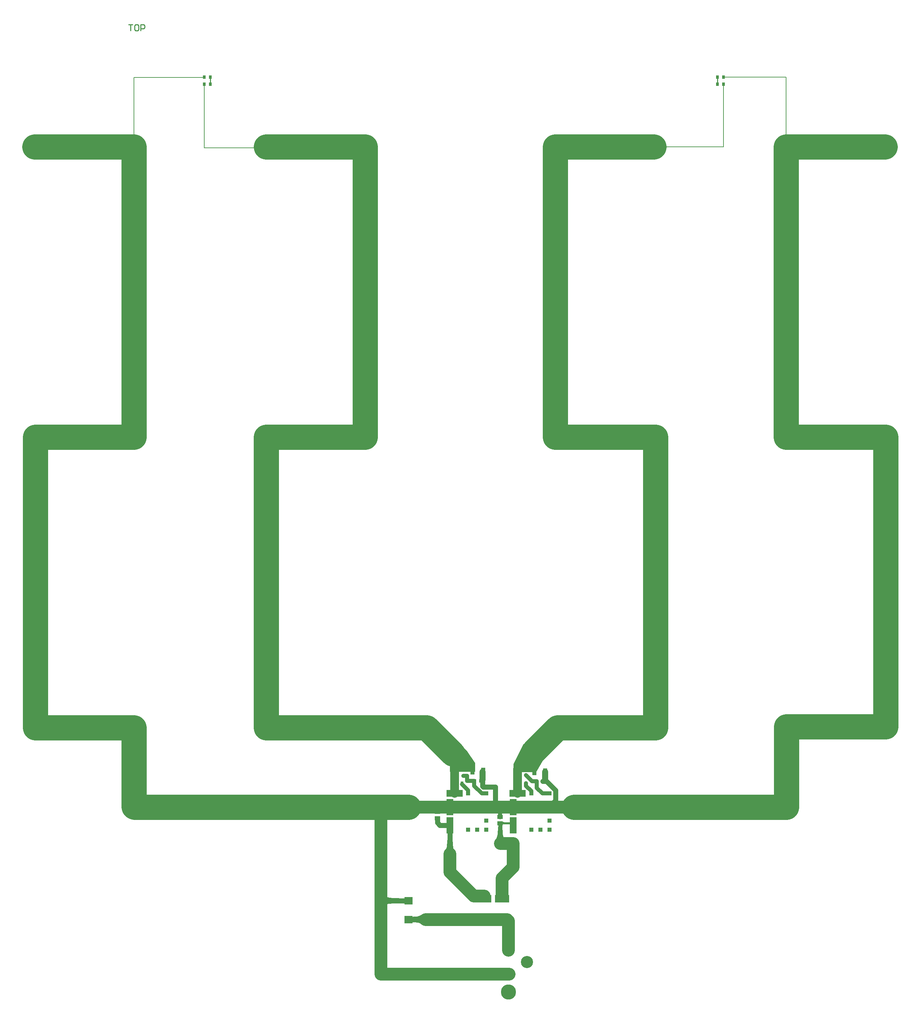
<source format=gtl>
%FSTAX24Y24*%
%MOIN*%
%SFA1B1*%

%IPPOS*%
%ADD10R,0.083900X0.078300*%
%ADD11R,0.027600X0.035400*%
%ADD12R,0.069700X0.160200*%
%ADD13R,0.160200X0.069700*%
%ADD14R,0.039800X0.039800*%
%ADD15R,0.043300X0.066900*%
%ADD16R,0.055100X0.043300*%
%ADD17R,0.031500X0.035400*%
%ADD18R,0.141700X0.072800*%
%ADD19C,0.250000*%
%ADD20C,0.125000*%
%ADD21C,0.050000*%
%ADD22C,0.008000*%
%ADD23C,0.010000*%
%ADD24C,0.020000*%
%ADD25C,0.040000*%
%ADD26C,0.085000*%
%ADD27C,0.060000*%
%ADD28C,0.120000*%
%ADD29C,0.150000*%
%ADD30C,0.200000*%
%LNtoasterbigboard-1*%
%LPD*%
G36*
X082203Y037412D02*
X08225Y0367D01*
X082271Y036572*
X082296Y036464*
X082325Y036375*
X082358Y036307*
X082395Y036259*
X08151Y036258*
X081547Y036306*
X081579Y036375*
X081608Y036463*
X081633Y036571*
X081654Y0367*
X081684Y037016*
X081699Y037411*
X081701Y037639*
X082201Y03764*
X082203Y037412*
G37*
G36*
X07559Y031645D02*
X075658Y031612D01*
X075747Y031583*
X075855Y031558*
X075983Y031537*
X076299Y031506*
X076695Y031491*
X076923Y031489*
Y030989*
X076695Y030987*
X075983Y030941*
X075855Y03092*
X075747Y030895*
X075658Y030866*
X07559Y030833*
X075542Y030797*
Y031681*
X07559Y031645*
G37*
G36*
X079111Y028908D02*
X079056Y028948D01*
X078985Y028984*
X078898Y029016*
X078795Y029044*
X078675Y029067*
X07854Y029086*
X078222Y029112*
X07784Y02912*
Y02962*
X078039Y029623*
X07854Y029655*
X078675Y029674*
X078795Y029697*
X078898Y029725*
X078985Y029757*
X079056Y029793*
X079111Y029833*
Y028908*
G37*
G36*
X087132Y03852D02*
X087169Y037962D01*
X087191Y037813*
X087217Y037682*
X087249Y03757*
X087285Y037475*
X087326Y037399*
X087372Y037342*
X086488*
X086534Y037399*
X086575Y037475*
X086611Y03757*
X086643Y037682*
X086669Y037813*
X086691Y037962*
X08672Y038316*
X08673Y038742*
X08713*
X087132Y03852*
G37*
G36*
X090513Y0455D02*
X0912Y0452D01*
X090513Y044*
X08825*
Y04475*
X08925Y04675*
X090513Y0455*
G37*
G36*
X08361Y046102D02*
X08445Y044871D01*
Y044*
X08195*
Y0448*
X081577Y045546*
X081727Y045864*
X083294Y046226*
X083256Y046456*
X08361Y046102*
G37*
G36*
X087083Y039038D02*
X087102Y039031D01*
X087128Y039025*
X08716Y03902*
X087247Y039011*
X087429Y039005*
X087503*
Y038805*
X087429Y038804*
X087128Y038784*
X087102Y038778*
X087083Y038771*
X087071Y038763*
Y039046*
X087083Y039038*
G37*
G54D10*
X07783Y029361D03*
Y031219D03*
G54D11*
X108459Y11275D03*
X10905D03*
X0582D03*
X057609D03*
X091145Y04305D03*
X090555D03*
X088905Y04285D03*
X089495D03*
X084995Y0431D03*
X084405D03*
X082555Y04285D03*
X083145D03*
X109045Y11205D03*
X108455D03*
X057609D03*
X0582D03*
G54D12*
X088199Y040501D03*
Y038702D03*
X081949Y040501D03*
Y038702D03*
G54D13*
X088648Y041851D03*
X082398D03*
G54D14*
X091801Y040052D03*
Y038249D03*
Y03915D03*
X089998Y041851D03*
Y038249D03*
X0909D03*
X091801Y041851D03*
X085551Y040052D03*
Y038249D03*
Y03915D03*
X083748Y041851D03*
Y038249D03*
X08465D03*
X085551Y041851D03*
G54D15*
X091382Y044D03*
X090318D03*
X085232Y04405D03*
X084169D03*
G54D16*
X0869Y039515D03*
Y038885D03*
X0807Y040015D03*
Y039385D03*
G54D17*
X088924Y04365D03*
X089476D03*
X082724Y0436D03*
X083276D03*
G54D18*
X0871Y03143D03*
Y02937D03*
X08535Y03143D03*
Y02937D03*
G54D19*
X0751Y0405D02*
X07783D01*
X0507Y040501D02*
X0751Y0405D01*
X11529Y040501D02*
Y04845D01*
X09426Y040501D02*
X11529D01*
X04088Y105865D02*
X050661D01*
X0408D02*
X04088D01*
X09025Y046D02*
X092615Y048365D01*
X1023*
X1251Y04845D02*
Y077115D01*
X11529Y04845D02*
X1251D01*
X115255Y077115D02*
Y105865D01*
X125035*
X115255Y077115D02*
X1251D01*
X092383Y105865D02*
X102163D01*
X092383Y077115D02*
Y105865D01*
Y077115D02*
X1023D01*
Y048365D02*
Y077115D01*
X063752Y048365D02*
Y077115D01*
Y048365D02*
X077109D01*
X063752Y077115D02*
X073533D01*
X063752Y105865D02*
X073533D01*
Y077115D02*
Y105865D01*
X050661Y077115D02*
Y105865D01*
X04088Y077115D02*
X050661D01*
X04088Y048365D02*
Y077115D01*
Y048365D02*
X050661D01*
Y04054D02*
Y048365D01*
X079635D02*
X08225Y04575D01*
X077109Y048365D02*
X079635D01*
G54D20*
X0751Y031239D02*
Y04045D01*
Y02397D02*
Y031239D01*
Y02397D02*
X087745D01*
X087805*
X07783Y04048D02*
X07785Y0405D01*
X0807Y040501D02*
X081949D01*
X07785Y0405D02*
X0807Y040501D01*
X07953Y02937D02*
X08535D01*
X087735Y02633D02*
Y029235D01*
X08535Y02937D02*
X0871D01*
X091749Y040501D02*
X09426D01*
X08693Y0369D02*
X088199D01*
X08195Y03405D02*
Y03585D01*
Y03405D02*
X0843Y0317D01*
X08535*
X081949Y040501D02*
X08645D01*
X088199Y034549D02*
Y0369D01*
X0871Y03345D02*
X088199Y034549D01*
X0871Y03175D02*
Y03345D01*
Y02937D02*
X0876D01*
X08645Y040501D02*
X088199D01*
X091749*
G54D21*
X0751Y031239D02*
X07782D01*
X07784Y02937D02*
X07953D01*
X081949Y038702D02*
X08195Y03585D01*
X0807Y03895D02*
Y0392D01*
Y03895D02*
X080948Y038702D01*
X081949*
X08525Y0425D02*
X08645D01*
X0924Y041152D02*
Y04215D01*
X091749Y040501D02*
X0924Y041152D01*
X091145Y04305D02*
X0915D01*
X0924Y04215*
X08645Y040501D02*
Y0425D01*
X085182Y042568D02*
Y043182D01*
G54D22*
X115255Y105865D02*
Y11275D01*
X10905D02*
X115255D01*
X10905Y105865D02*
Y11205D01*
X102163Y105865D02*
X10905D01*
X057609Y105759D02*
X063647D01*
X057609D02*
Y11205D01*
X050661Y112711D02*
X05757D01*
X050661Y105865D02*
Y112711D01*
G54D23*
X108449Y11202D02*
Y11279D01*
X0582Y11205D02*
Y11275D01*
X0501Y11795D02*
X0505D01*
X0503*
Y11735*
X051Y11795D02*
X0508D01*
X0507Y11785*
Y11745*
X0508Y11735*
X051*
X0511Y11745*
Y11785*
X051Y11795*
X0513Y11735D02*
Y11795D01*
X0516*
X051699Y11785*
Y11765*
X0516Y11755*
X0513*
G54D24*
X0876Y02937D02*
X08769Y02946D01*
X0876Y02937D02*
D01*
X08693Y038905D02*
X087996D01*
G54D25*
X08693Y0369D02*
Y038905D01*
X089495Y042605D02*
Y04285D01*
Y042605D02*
X089998Y042102D01*
Y041851D02*
Y042102D01*
X084355Y042595D02*
X085099Y041851D01*
X085551*
X08365Y0431D02*
X084355D01*
X08365D02*
Y0436D01*
X083276D02*
X08365D01*
X083145Y042755D02*
X083748Y042152D01*
Y041851D02*
Y042152D01*
X089476Y04365D02*
X090076Y04305D01*
X090555*
X091099Y041851D02*
X091801D01*
X090555Y042395D02*
X091099Y041851D01*
X090555Y042395D02*
Y04305D01*
X084355Y042595D02*
Y0431D01*
X0869Y039495D02*
Y040251D01*
G54D26*
X082398Y041851D02*
Y044381D01*
X088648Y044248D02*
X0888Y0444D01*
X09015*
Y04465*
X088648Y041851D02*
Y044248D01*
X09015Y04465D02*
X09025Y04475D01*
Y046*
G54D27*
X085182Y043182D02*
Y044D01*
X091382Y043331D02*
Y044D01*
G54D28*
X089595Y02515D03*
X087745Y02633D03*
Y02397D03*
G54D29*
X087745Y02219D03*
G54D30*
X073533Y105865D03*
X063752D03*
X04088D03*
X050661D03*
X073533Y077115D03*
X063752D03*
X04088D03*
X050661D03*
X073533Y048365D03*
X063752D03*
X04088D03*
X050661D03*
X092383Y105865D03*
X102163D03*
X125035D03*
X115255D03*
X092383Y077115D03*
X102163D03*
X125035D03*
X115255D03*
X092383Y048365D03*
X102163D03*
X125035D03*
X115255D03*
M02*
</source>
